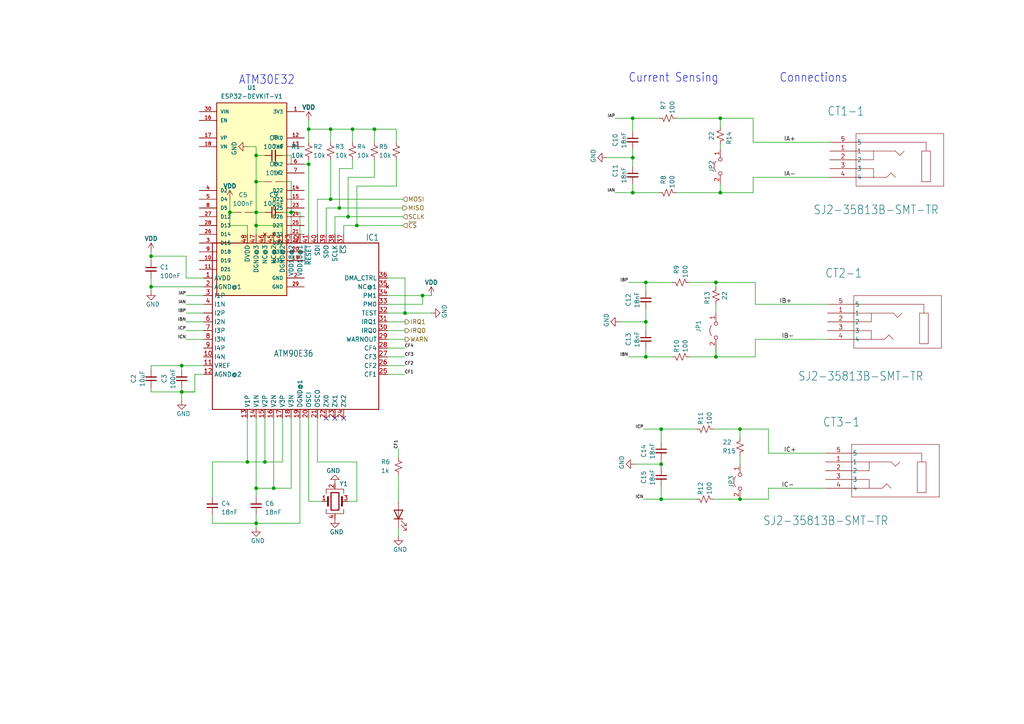
<source format=kicad_sch>
(kicad_sch (version 20230121) (generator eeschema)
  (paper "A4")
  (junction (at 122.555 85.725))
  (junction (at 191.77 124.46))
  (junction (at 71.755 133.985))
  (junction (at 103.505 65.405))
  (junction (at 89.535 47.625))
  (junction (at 74.295 141.605))
  (junction (at 98.425 60.325))
  (junction (at 95.885 57.785))
  (junction (at 207.645 103.505))
  (junction (at 207.645 81.915))
  (junction (at 187.325 81.915))
  (junction (at 43.815 83.185))
  (junction (at 102.235 37.465))
  (junction (at 66.675 61.595))
  (junction (at 183.515 45.72))
  (junction (at 183.515 34.29))
  (junction (at 108.585 37.465))
  (junction (at 74.295 151.765))
  (junction (at 84.455 61.595))
  (junction (at 208.915 34.29))
  (junction (at 52.705 113.665))
  (junction (at 74.295 45.085))
  (junction (at 117.475 90.805))
  (junction (at 208.915 55.88))
  (junction (at 191.77 144.78))
  (junction (at 191.77 134.62))
  (junction (at 52.705 106.045))
  (junction (at 214.63 144.78))
  (junction (at 187.325 93.345))
  (junction (at 214.63 124.46))
  (junction (at 74.295 52.705))
  (junction (at 183.515 55.88))
  (junction (at 100.965 62.865))
  (junction (at 95.885 37.465))
  (junction (at 89.535 37.465))
  (junction (at 79.375 141.605))
  (junction (at 76.835 133.985))
  (junction (at 43.815 74.295))
  (junction (at 74.295 65.405))
  (junction (at 187.325 103.505))
  (junction (at 74.295 61.595))
  (no_connect (at 99.695 121.285))
  (no_connect (at 97.155 121.285))
  (no_connect (at 94.615 121.285))
  (wire (pts (xy 191.77 144.78) (xy 186.69 144.78)) (stroke (width 0.1524)))
  (wire (pts (xy 79.375 141.605) (xy 84.455 141.605)) (stroke (width 0.1524)))
  (wire (pts (xy 61.595 133.985) (xy 61.595 144.145)) (stroke (width 0.1524)))
  (wire (pts (xy 192.405 81.915) (xy 187.325 81.915)) (stroke (width 0.1524)))
  (wire (pts (xy 184.15 134.62) (xy 191.77 134.62)) (stroke (width 0.1524)))
  (wire (pts (xy 59.055 95.885) (xy 53.975 95.885)) (stroke (width 0.1524)))
  (wire (pts (xy 103.505 55.245) (xy 103.505 65.405)) (stroke (width 0.1524)))
  (wire (pts (xy 112.395 90.805) (xy 117.475 90.805)) (stroke (width 0.1524)))
  (wire (pts (xy 219.075 98.425) (xy 219.075 103.505)))
  (wire (pts (xy 71.755 42.545) (xy 74.295 42.545)))
  (wire (pts (xy 66.675 61.595) (xy 67.945 61.595)))
  (wire (pts (xy 239.395 131.445) (xy 234.315 131.445)) (stroke (width 0.1524)))
  (wire (pts (xy 187.325 93.345) (xy 187.325 89.535)))
  (wire (pts (xy 74.295 45.085) (xy 74.295 52.705)) (stroke (width 0.1524)))
  (wire (pts (xy 102.235 37.465) (xy 102.235 41.275)))
  (wire (pts (xy 102.235 46.355) (xy 102.235 48.895)))
  (wire (pts (xy 240.03 98.425) (xy 235.585 98.425)) (stroke (width 0.1524)))
  (wire (pts (xy 202.565 81.915) (xy 200.025 81.915)))
  (wire (pts (xy 84.455 47.625) (xy 89.535 47.625)) (stroke (width 0.1524)))
  (wire (pts (xy 194.945 103.505) (xy 192.405 103.505)))
  (wire (pts (xy 222.885 141.605) (xy 222.885 144.78)))
  (wire (pts (xy 114.935 37.465) (xy 108.585 37.465)))
  (wire (pts (xy 115.57 132.715) (xy 115.57 130.175)) (stroke (width 0.1524)))
  (wire (pts (xy 202.565 81.915) (xy 207.645 81.915)) (stroke (width 0.1524)))
  (wire (pts (xy 199.39 124.46) (xy 201.93 124.46)))
  (wire (pts (xy 222.885 124.46) (xy 217.17 124.46)))
  (wire (pts (xy 191.77 124.46) (xy 186.69 124.46)) (stroke (width 0.1524)))
  (wire (pts (xy 103.505 55.245) (xy 103.505 53.975)))
  (wire (pts (xy 66.675 65.405) (xy 71.755 65.405)) (stroke (width 0.1524)))
  (wire (pts (xy 115.57 137.795) (xy 115.57 142.875)))
  (wire (pts (xy 112.395 85.725) (xy 122.555 85.725)) (stroke (width 0.1524)))
  (wire (pts (xy 187.325 93.345) (xy 187.325 95.885)))
  (wire (pts (xy 208.915 34.29) (xy 208.915 36.83)))
  (wire (pts (xy 84.455 45.085) (xy 84.455 47.625)) (stroke (width 0.1524)))
  (wire (pts (xy 239.395 141.605) (xy 234.315 141.605)) (stroke (width 0.1524)))
  (wire (pts (xy 94.615 67.945) (xy 94.615 60.325)) (stroke (width 0.1524)))
  (wire (pts (xy 89.535 34.925) (xy 89.535 37.465)))
  (wire (pts (xy 56.515 108.585) (xy 56.515 113.665)) (stroke (width 0.1524)))
  (wire (pts (xy 183.515 34.29) (xy 183.515 38.1)) (stroke (width 0.1524)))
  (wire (pts (xy 114.935 46.355) (xy 114.935 53.975)))
  (wire (pts (xy 76.835 52.705) (xy 74.295 52.705)) (stroke (width 0.1524)))
  (wire (pts (xy 100.965 62.865) (xy 109.855 62.865)) (stroke (width 0.1524)))
  (wire (pts (xy 182.245 103.505) (xy 187.325 103.505)) (stroke (width 0.1524)))
  (wire (pts (xy 95.885 37.465) (xy 102.235 37.465)) (stroke (width 0.1524)))
  (wire (pts (xy 74.295 149.225) (xy 74.295 151.765)))
  (wire (pts (xy 115.57 142.875) (xy 115.57 145.415)) (stroke (width 0.1524)))
  (wire (pts (xy 202.565 103.505) (xy 207.645 103.505)) (stroke (width 0.1524)))
  (wire (pts (xy 112.395 98.425) (xy 117.475 98.425)) (stroke (width 0.1524)))
  (wire (pts (xy 108.585 41.275) (xy 108.585 37.465)))
  (wire (pts (xy 97.155 67.945) (xy 97.155 62.865)) (stroke (width 0.1524)))
  (wire (pts (xy 84.455 61.595) (xy 84.455 67.945)) (stroke (width 0.1524)))
  (wire (pts (xy 61.595 149.225) (xy 61.595 151.765)))
  (wire (pts (xy 74.295 65.405) (xy 81.915 65.405)) (stroke (width 0.1524)))
  (wire (pts (xy 74.295 61.595) (xy 74.295 65.405)) (stroke (width 0.1524)))
  (wire (pts (xy 97.155 62.865) (xy 100.965 62.865)) (stroke (width 0.1524)))
  (wire (pts (xy 207.01 144.78) (xy 214.63 144.78)))
  (wire (pts (xy 191.77 127) (xy 191.77 124.46)) (stroke (width 0.1524)))
  (wire (pts (xy 76.835 61.595) (xy 74.295 61.595)) (stroke (width 0.1524)))
  (wire (pts (xy 115.57 153.035) (xy 115.57 155.575)) (stroke (width 0.1524)))
  (wire (pts (xy 191.77 144.78) (xy 199.39 144.78)) (stroke (width 0.1524)))
  (wire (pts (xy 59.055 85.725) (xy 53.975 85.725)) (stroke (width 0.1524)))
  (wire (pts (xy 207.645 103.505) (xy 210.185 103.505)) (stroke (width 0.1524)))
  (wire (pts (xy 81.915 121.285) (xy 81.915 133.985)) (stroke (width 0.1524)))
  (wire (pts (xy 214.63 124.46) (xy 214.63 127)))
  (wire (pts (xy 74.295 151.765) (xy 86.995 151.765)) (stroke (width 0.1524)))
  (wire (pts (xy 89.535 47.625) (xy 89.535 67.945)) (stroke (width 0.1524)))
  (wire (pts (xy 100.965 51.435) (xy 108.585 51.435)))
  (wire (pts (xy 187.325 103.505) (xy 192.405 103.505)) (stroke (width 0.1524)))
  (wire (pts (xy 196.215 55.88) (xy 208.915 55.88)))
  (wire (pts (xy 175.895 45.72) (xy 183.515 45.72)) (stroke (width 0.1524)))
  (wire (pts (xy 207.645 90.805) (xy 207.645 88.265)))
  (wire (pts (xy 178.435 55.88) (xy 183.515 55.88)) (stroke (width 0.1524)))
  (wire (pts (xy 208.915 41.91) (xy 208.915 43.18)))
  (wire (pts (xy 234.315 131.445) (xy 222.885 131.445)))
  (wire (pts (xy 76.835 133.985) (xy 81.915 133.985)) (stroke (width 0.1524)))
  (wire (pts (xy 61.595 151.765) (xy 74.295 151.765)) (stroke (width 0.1524)))
  (wire (pts (xy 218.44 51.435) (xy 218.44 55.88)))
  (wire (pts (xy 112.395 100.965) (xy 117.3226 100.965)) (stroke (width 0.1524)))
  (wire (pts (xy 208.915 55.88) (xy 218.44 55.88)))
  (wire (pts (xy 52.705 113.665) (xy 56.515 113.665)) (stroke (width 0.1524)))
  (wire (pts (xy 53.975 80.645) (xy 59.055 80.645)))
  (wire (pts (xy 240.03 88.265) (xy 235.585 88.265)) (stroke (width 0.1524)))
  (wire (pts (xy 43.815 106.045) (xy 52.705 106.045)))
  (wire (pts (xy 95.885 57.785) (xy 109.855 57.785)) (stroke (width 0.1524)))
  (wire (pts (xy 53.975 74.295) (xy 53.975 80.645)))
  (wire (pts (xy 219.075 103.505) (xy 210.185 103.505)))
  (wire (pts (xy 112.395 93.345) (xy 117.475 93.345)) (stroke (width 0.1524)))
  (wire (pts (xy 43.815 74.295) (xy 43.815 75.565)))
  (wire (pts (xy 81.915 65.405) (xy 81.915 67.945)) (stroke (width 0.1524)))
  (wire (pts (xy 95.885 55.245) (xy 95.885 57.785)) (stroke (width 0.1524)))
  (wire (pts (xy 52.705 113.665) (xy 52.705 116.205)) (stroke (width 0.1524)))
  (wire (pts (xy 43.815 73.025) (xy 43.815 74.295)))
  (wire (pts (xy 183.515 55.88) (xy 188.595 55.88)) (stroke (width 0.1524)))
  (wire (pts (xy 183.515 34.29) (xy 188.595 34.29)) (stroke (width 0.1524)))
  (wire (pts (xy 94.615 60.325) (xy 98.425 60.325)) (stroke (width 0.1524)))
  (wire (pts (xy 43.815 113.665) (xy 43.815 112.395)))
  (wire (pts (xy 89.535 145.415) (xy 93.345 145.415)))
  (wire (pts (xy 108.585 37.465) (xy 103.505 37.465)))
  (wire (pts (xy 191.135 55.88) (xy 188.595 55.88)))
  (wire (pts (xy 191.77 134.62) (xy 191.77 135.89)))
  (wire (pts (xy 207.645 81.915) (xy 207.645 83.185)) (stroke (width 0.1524)))
  (wire (pts (xy 214.63 144.78) (xy 222.885 144.78)))
  (wire (pts (xy 222.885 131.445) (xy 222.885 124.46)))
  (wire (pts (xy 183.515 48.26) (xy 183.515 45.72)))
  (wire (pts (xy 76.835 45.085) (xy 74.295 45.085)) (stroke (width 0.1524)))
  (wire (pts (xy 102.235 37.465) (xy 103.505 37.465)) (stroke (width 0.1524)))
  (wire (pts (xy 86.995 121.285) (xy 86.995 151.765)) (stroke (width 0.1524)))
  (wire (pts (xy 102.235 48.895) (xy 98.425 48.895)))
  (wire (pts (xy 234.315 141.605) (xy 222.885 141.605)))
  (wire (pts (xy 43.815 83.185) (xy 43.815 84.455)))
  (wire (pts (xy 52.705 113.665) (xy 43.815 113.665)))
  (wire (pts (xy 52.705 106.045) (xy 59.055 106.045)))
  (wire (pts (xy 112.395 103.505) (xy 117.3226 103.505)) (stroke (width 0.1524)))
  (wire (pts (xy 191.77 127) (xy 191.77 128.27)))
  (wire (pts (xy 214.63 132.08) (xy 214.63 134.62)))
  (wire (pts (xy 187.325 83.185) (xy 187.325 84.455)))
  (wire (pts (xy 194.945 81.915) (xy 192.405 81.915)))
  (wire (pts (xy 74.295 52.705) (xy 74.295 61.595)) (stroke (width 0.1524)))
  (wire (pts (xy 74.295 153.035) (xy 74.295 151.765)))
  (wire (pts (xy 79.375 141.605) (xy 79.375 121.285)) (stroke (width 0.1524)))
  (wire (pts (xy 43.815 80.645) (xy 43.815 83.185)))
  (wire (pts (xy 103.505 65.405) (xy 109.855 65.405)) (stroke (width 0.1524)))
  (wire (pts (xy 207.01 124.46) (xy 209.55 124.46)))
  (wire (pts (xy 73.025 61.595) (xy 74.295 61.595)))
  (wire (pts (xy 109.855 60.325) (xy 116.84 60.325)))
  (wire (pts (xy 218.44 41.275) (xy 218.44 34.29)))
  (wire (pts (xy 209.55 124.46) (xy 214.63 124.46)) (stroke (width 0.1524)))
  (wire (pts (xy 191.77 124.46) (xy 199.39 124.46)) (stroke (width 0.1524)))
  (wire (pts (xy 71.755 121.285) (xy 71.755 133.985)) (stroke (width 0.1524)))
  (wire (pts (xy 95.885 46.355) (xy 95.885 55.245)))
  (wire (pts (xy 112.395 95.885) (xy 117.475 95.885)) (stroke (width 0.1524)))
  (wire (pts (xy 112.395 80.645) (xy 117.475 80.645)) (stroke (width 0.1524)))
  (wire (pts (xy 66.675 61.595) (xy 66.675 65.405)) (stroke (width 0.1524)))
  (wire (pts (xy 183.515 45.72) (xy 183.515 43.18)))
  (wire (pts (xy 99.695 67.945) (xy 99.695 65.405)) (stroke (width 0.1524)))
  (wire (pts (xy 84.455 61.595) (xy 86.995 61.595)) (stroke (width 0.1524)))
  (wire (pts (xy 218.44 34.29) (xy 211.455 34.29)))
  (wire (pts (xy 108.585 46.355) (xy 108.585 51.435)))
  (wire (pts (xy 235.585 51.435) (xy 218.44 51.435)))
  (wire (pts (xy 207.645 81.915) (xy 210.185 81.915)) (stroke (width 0.1524)))
  (wire (pts (xy 240.665 41.275) (xy 235.585 41.275)) (stroke (width 0.1524)))
  (wire (pts (xy 112.395 88.265) (xy 122.555 88.265)) (stroke (width 0.1524)))
  (wire (pts (xy 92.075 67.945) (xy 92.075 57.785)) (stroke (width 0.1524)))
  (wire (pts (xy 207.645 103.505) (xy 207.645 100.965)) (stroke (width 0.1524)))
  (wire (pts (xy 59.055 98.425) (xy 53.975 98.425)) (stroke (width 0.1524)))
  (wire (pts (xy 183.515 53.34) (xy 183.515 55.88)))
  (wire (pts (xy 109.855 65.405) (xy 116.84 65.405)))
  (wire (pts (xy 89.535 37.465) (xy 89.535 41.275)))
  (wire (pts (xy 122.555 85.725) (xy 125.095 85.725)) (stroke (width 0.1524)))
  (wire (pts (xy 240.665 51.435) (xy 235.585 51.435)) (stroke (width 0.1524)))
  (wire (pts (xy 98.425 48.895) (xy 98.425 55.245)))
  (wire (pts (xy 109.855 57.785) (xy 116.84 57.785)))
  (wire (pts (xy 92.075 57.785) (xy 95.885 57.785)) (stroke (width 0.1524)))
  (wire (pts (xy 56.515 108.585) (xy 59.055 108.585)) (stroke (width 0.1524)))
  (wire (pts (xy 52.705 113.665) (xy 56.515 113.665)))
  (wire (pts (xy 76.835 121.285) (xy 76.835 133.985)) (stroke (width 0.1524)))
  (wire (pts (xy 52.705 107.315) (xy 52.705 106.045)))
  (wire (pts (xy 178.435 34.29) (xy 183.515 34.29)) (stroke (width 0.1524)))
  (wire (pts (xy 61.595 133.985) (xy 71.755 133.985)) (stroke (width 0.1524)))
  (wire (pts (xy 122.555 88.265) (xy 122.555 85.725)) (stroke (width 0.1524)))
  (wire (pts (xy 191.77 140.97) (xy 191.77 142.24)))
  (wire (pts (xy 66.675 57.785) (xy 66.675 61.595)) (stroke (width 0.1524)))
  (wire (pts (xy 203.835 34.29) (xy 208.915 34.29)) (stroke (width 0.1524)))
  (wire (pts (xy 89.535 47.619) (xy 89.535 47.625)) (stroke (width 0.1524)))
  (wire (pts (xy 43.815 83.185) (xy 59.055 83.185)))
  (wire (pts (xy 86.995 61.595) (xy 86.995 67.945)) (stroke (width 0.1524)))
  (wire (pts (xy 179.705 93.345) (xy 187.325 93.345)) (stroke (width 0.1524)))
  (wire (pts (xy 81.915 45.085) (xy 84.455 45.085)))
  (wire (pts (xy 43.815 106.045) (xy 43.815 107.315)))
  (wire (pts (xy 43.815 74.295) (xy 53.975 74.295)))
  (wire (pts (xy 191.77 144.78) (xy 191.77 142.24)) (stroke (width 0.1524)))
  (wire (pts (xy 89.535 46.355) (xy 89.535 47.625)))
  (wire (pts (xy 235.585 41.275) (xy 218.44 41.275)))
  (wire (pts (xy 117.475 90.805) (xy 125.095 90.805)) (stroke (width 0.1524)))
  (wire (pts (xy 214.63 124.46) (xy 217.17 124.46)) (stroke (width 0.1524)))
  (wire (pts (xy 235.585 98.425) (xy 219.075 98.425)))
  (wire (pts (xy 112.395 106.045) (xy 117.3226 106.045)) (stroke (width 0.1524)))
  (wire (pts (xy 71.755 65.405) (xy 71.755 67.945)) (stroke (width 0.1524)))
  (wire (pts (xy 52.705 112.395) (xy 52.705 113.665)))
  (wire (pts (xy 59.055 93.345) (xy 53.975 93.345)) (stroke (width 0.1524)))
  (wire (pts (xy 89.535 37.465) (xy 95.885 37.465)) (stroke (width 0.1524)))
  (wire (pts (xy 84.455 52.705) (xy 84.455 61.595)))
  (wire (pts (xy 117.475 80.645) (xy 117.475 90.805)) (stroke (width 0.1524)))
  (wire (pts (xy 81.915 61.595) (xy 84.455 61.595)))
  (wire (pts (xy 187.325 81.915) (xy 187.325 83.185)) (stroke (width 0.1524)))
  (wire (pts (xy 81.915 52.705) (xy 84.455 52.705)))
  (wire (pts (xy 71.755 133.985) (xy 76.835 133.985)) (stroke (width 0.1524)))
  (wire (pts (xy 103.505 53.975) (xy 114.935 53.975)))
  (wire (pts (xy 199.39 144.78) (xy 201.93 144.78)))
  (wire (pts (xy 98.425 55.245) (xy 98.425 60.325)) (stroke (width 0.1524)))
  (wire (pts (xy 74.295 67.945) (xy 74.295 65.405)) (stroke (width 0.1524)))
  (wire (pts (xy 187.325 103.505) (xy 187.325 100.965)) (stroke (width 0.1524)))
  (wire (pts (xy 208.915 53.34) (xy 208.915 55.88)))
  (wire (pts (xy 219.075 81.915) (xy 210.185 81.915)))
  (wire (pts (xy 196.215 34.29) (xy 203.835 34.29)))
  (wire (pts (xy 100.965 55.245) (xy 100.965 51.435)))
  (wire (pts (xy 59.055 88.265) (xy 53.975 88.265)) (stroke (width 0.1524)))
  (wire (pts (xy 191.135 34.29) (xy 188.595 34.29)))
  (wire (pts (xy 219.075 88.265) (xy 219.075 81.915)))
  (wire (pts (xy 235.585 88.265) (xy 219.075 88.265)))
  (wire (pts (xy 59.055 90.805) (xy 53.975 90.805)) (stroke (width 0.1524)))
  (wire (pts (xy 100.965 55.245) (xy 100.965 62.865)) (stroke (width 0.1524)))
  (wire (pts (xy 74.295 121.285) (xy 74.295 141.605)) (stroke (width 0.1524)))
  (wire (pts (xy 74.295 141.605) (xy 79.375 141.605)) (stroke (width 0.1524)))
  (wire (pts (xy 95.885 37.465) (xy 95.885 41.275)))
  (wire (pts (xy 98.425 60.325) (xy 109.855 60.325)) (stroke (width 0.1524)))
  (wire (pts (xy 99.695 65.405) (xy 103.505 65.405)) (stroke (width 0.1524)))
  (wire (pts (xy 100.965 145.415) (xy 103.505 145.415)))
  (wire (pts (xy 202.565 103.505) (xy 200.025 103.505)))
  (wire (pts (xy 208.915 34.29) (xy 211.455 34.29)) (stroke (width 0.1524)))
  (wire (pts (xy 103.505 145.415) (xy 103.505 133.985)))
  (wire (pts (xy 112.395 108.585) (xy 117.3226 108.585)) (stroke (width 0.1524)))
  (wire (pts (xy 114.935 41.275) (xy 114.935 37.465)))
  (wire (pts (xy 74.295 141.605) (xy 74.295 144.145)) (stroke (width 0.1524)))
  (wire (pts (xy 103.505 133.985) (xy 92.075 133.985)))
  (wire (pts (xy 74.295 45.085) (xy 74.295 42.545)) (stroke (width 0.1524)))
  (wire (pts (xy 89.535 121.285) (xy 89.535 145.415)))
  (wire (pts (xy 84.455 141.605) (xy 84.455 121.285)) (stroke (width 0.1524)))
  (wire (pts (xy 109.855 62.865) (xy 116.84 62.865)))
  (wire (pts (xy 187.325 81.915) (xy 182.245 81.915)) (stroke (width 0.1524)))
  (wire (pts (xy 207.645 103.505) (xy 207.645 100.965)))
  (wire (pts (xy 92.075 133.985) (xy 92.075 121.285)))
  (wire (pts (xy 191.77 133.35) (xy 191.77 134.62)))
  (text "Current Sensing" (at 182.245 24.13 0) (effects (font (size 2.54 2.159)) (justify left bottom)))
  (text "Connections" (at 226.06 24.13 0) (effects (font (size 2.54 2.159)) (justify left bottom)))
  (text "ATM30E32" (at 69.215 24.765 0) (effects (font (size 2.54 2.159)) (justify left bottom)))
  (label "IA-" (at 227.33 51.435 0))
  (label "IAN" (at 53.975 88.265 180) (effects (font (size 0.889 0.889))))
  (label "IC-" (at 226.695 141.605 0))
  (label "CF2" (at 117.3226 106.045 0) (effects (font (size 0.889 0.889))))
  (label "IA+" (at 227.33 41.275 0))
  (label "ICN" (at 186.69 144.78 180) (effects (font (size 0.889 0.889))))
  (label "CF3" (at 117.3226 103.505 0) (effects (font (size 0.889 0.889))))
  (label "IBP" (at 53.975 90.805 180) (effects (font (size 0.889 0.889))))
  (label "IAP" (at 53.975 85.725 180) (effects (font (size 0.889 0.889))))
  (label "IB+" (at 226.06 88.265 0))
  (label "CF1" (at 115.57 130.175 90) (effects (font (size 0.889 0.889))))
  (label "IB-" (at 226.695 98.425 0))
  (label "CF4" (at 117.3226 100.965 0) (effects (font (size 0.889 0.889))))
  (label "ICP" (at 53.975 95.885 180) (effects (font (size 0.889 0.889))))
  (label "IAP" (at 178.435 34.29 180) (effects (font (size 0.889 0.889))))
  (label "IC+" (at 227.33 131.445 0))
  (label "IAN" (at 178.435 55.88 180) (effects (font (size 0.889 0.889))))
  (label "IBN" (at 53.975 93.345 180) (effects (font (size 0.889 0.889))))
  (label "CF1" (at 117.3226 108.585 0) (effects (font (size 0.889 0.889))))
  (label "IBP" (at 182.245 81.915 180) (effects (font (size 0.889 0.889))))
  (label "ICN" (at 53.975 98.425 180) (effects (font (size 0.889 0.889))))
  (label "ICP" (at 186.69 124.46 180) (effects (font (size 0.889 0.889))))
  (label "IBN" (at 182.245 103.505 180) (effects (font (size 0.889 0.889))))
  (hierarchical_label "MISO" (shape output) (at 116.84 60.325 0))
  (hierarchical_label "SCLK" (shape input) (at 116.84 62.865 0))
  (hierarchical_label "WARN" (shape output) (at 117.475 98.425 0))
  (hierarchical_label "MOSI" (shape input) (at 116.84 57.785 0))
  (hierarchical_label "IRQ1" (shape output) (at 117.475 93.345 0))
  (hierarchical_label "IRQ0" (shape output) (at 117.475 95.885 0))
  (hierarchical_label "~{CS}" (shape input) (at 116.84 65.405 0))
  (symbol (lib_id "Device:C_Small") (at 61.595 146.685 180) (unit 1)
    (property "Reference" "C4" (at 64.135 146.0436 0) (effects (justify right)))
    (property "Value" "18nF" (at 64.135 148.5836 0) (effects (justify right)))
    (property "Footprint" "Capacitor_SMD:C_0603_1608Metric" (effects hide))
    (property "Manufacturer" "Walsin Technology Corporation" (effects hide))
    (property "Manufacturer P/N" "0603B183K500CT" (effects hide))
    (property "Supplier" "Digikey" (effects hide))
    (property "Supplier P/N" "1292-1405-1-ND" (effects hide))
    (instances (project "24_channel_esp32_energy_meter" (path "" (reference "C4") (unit 1)) (path "" (reference "C28") (unit 1)) (path "" (reference "C43") (unit 1)) (path "" (reference "C58") (unit 1)) (path "" (reference "C73") (unit 1)) (path "" (reference "C88") (unit 1)) (path "" (reference "C103") (unit 1)) (path "" (reference "C118") (unit 1))))
  )
  (symbol (lib_id "Device:R_Small_US") (at 197.485 103.505 90) (mirror x) (unit 1)
    (property "Reference" "R10" (at 196.215 98.425 0) (effects (justify left)))
    (property "Value" "100" (at 198.755 98.425 0) (effects (justify left)))
    (property "Footprint" "Resistor_SMD:R_0603_1608Metric" (effects hide))
    (property "Manufacturer" "Walsin Technology Corporation" (effects hide))
    (property "Manufacturer P/N" "WR06X1000FTL" (effects hide))
    (property "Supplier" "Digikey" (effects hide))
    (property "Supplier P/N" "1292-WR06X1000FTLCT-ND" (effects hide))
    (instances (project "24_channel_esp32_energy_meter" (path "" (reference "R10") (unit 1)) (path "" (reference "R34") (unit 1)) (path "" (reference "R49") (unit 1)) (path "" (reference "R64") (unit 1)) (path "" (reference "R79") (unit 1)) (path "" (reference "R94") (unit 1)) (path "" (reference "R109") (unit 1)) (path "" (reference "R124") (unit 1))))
  )
  (symbol (lib_id "power:GND") (at 52.705 116.205 0) (unit 1)
    (property "Reference" "#PWR03" (effects hide))
    (property "Value" "GND" (at 55.245 120.015 0) (effects (justify right)))
    (instances (project "24_channel_esp32_energy_meter" (path "" (reference "#PWR03") (unit 1)) (path "" (reference "#PWR036") (unit 1)) (path "" (reference "#PWR051") (unit 1)) (path "" (reference "#PWR066") (unit 1)) (path "" (reference "#PWR081") (unit 1)) (path "" (reference "#PWR096") (unit 1)) (path "" (reference "#PWR0111") (unit 1)) (path "" (reference "#PWR0126") (unit 1))))
  )
  (symbol (lib_id "Device:Crystal_GND24") (at 97.155 145.415 0) (unit 1)
    (property "Reference" "Y1" (at 99.695 140.335 0))
    (property "Value" "Crystal_GND24" (effects hide))
    (property "Footprint" "Crystal:Crystal_SMD_3225-4Pin_3.2x2.5mm" (effects hide))
    (property "Supplier" "LCSC" (effects hide))
    (property "Supplier P/N" "C725694" (effects hide))
    (property "Manufacturer" "JGHC" (effects hide))
    (property "Manufacturer P/N" "S3216384102040" (effects hide))
    (instances (project "24_channel_esp32_energy_meter" (path "" (reference "Y1") (unit 1)) (path "" (reference "Y2") (unit 1)) (path "" (reference "Y3") (unit 1)) (path "" (reference "Y4") (unit 1)) (path "" (reference "Y5") (unit 1)) (path "" (reference "Y6") (unit 1)) (path "" (reference "Y7") (unit 1)) (path "" (reference "Y8") (unit 1))))
  )
  (symbol (lib_id "power:GND") (at 97.155 150.495 0) (unit 1)
    (property "Reference" "#PWR09" (effects hide))
    (property "Value" "GND" (at 99.695 154.305 0) (effects (justify right)))
    (instances (project "24_channel_esp32_energy_meter" (path "" (reference "#PWR09") (unit 1)) (path "" (reference "#PWR042") (unit 1)) (path "" (reference "#PWR057") (unit 1)) (path "" (reference "#PWR072") (unit 1)) (path "" (reference "#PWR087") (unit 1)) (path "" (reference "#PWR0102") (unit 1)) (path "" (reference "#PWR0117") (unit 1)) (path "" (reference "#PWR0132") (unit 1))))
  )
  (symbol (lib_id "power:GND") (at 175.895 45.72 270) (mirror x) (unit 1)
    (property "Reference" "#PWR013" (effects hide))
    (property "Value" "GND" (at 172.085 43.18 0) (effects (justify right)))
    (instances (project "24_channel_esp32_energy_meter" (path "" (reference "#PWR013") (unit 1)) (path "" (reference "#PWR046") (unit 1)) (path "" (reference "#PWR061") (unit 1)) (path "" (reference "#PWR076") (unit 1)) (path "" (reference "#PWR091") (unit 1)) (path "" (reference "#PWR0106") (unit 1)) (path "" (reference "#PWR0121") (unit 1)) (path "" (reference "#PWR0136") (unit 1))))
  )
  (symbol (lib_id "Device:C_Small") (at 52.705 109.855 180) (unit 1)
    (property "Reference" "C3" (at 47.625 109.8487 90))
    (property "Value" "100nF" (at 50.165 109.8487 90))
    (property "Footprint" "Capacitor_SMD:C_0603_1608Metric" (effects hide))
    (property "Manufacturer" "Samsung Electro-Mechanics" (effects hide))
    (property "Manufacturer P/N" "CL10B104KB8NNWC" (effects hide))
    (property "Supplier" "Digikey" (effects hide))
    (property "Supplier P/N" "1276-1935-1-ND" (effects hide))
    (instances (project "24_channel_esp32_energy_meter" (path "" (reference "C3") (unit 1)) (path "" (reference "C27") (unit 1)) (path "" (reference "C42") (unit 1)) (path "" (reference "C57") (unit 1)) (path "" (reference "C72") (unit 1)) (path "" (reference "C87") (unit 1)) (path "" (reference "C102") (unit 1)) (path "" (reference "C117") (unit 1))))
  )
  (symbol (lib_id "Device:R_Small_US") (at 108.585 43.815 0) (unit 1)
    (property "Reference" "R4" (at 103.505 42.545 0) (effects (justify left)))
    (property "Value" "10k" (at 103.505 45.085 0) (effects (justify left)))
    (property "Footprint" "Resistor_SMD:R_0603_1608Metric" (effects hide))
    (property "Manufacturer" "Stackpole Electronics Inc" (effects hide))
    (property "Manufacturer P/N" "RMCF0603FT10K0" (effects hide))
    (property "Supplier" "Digikey" (effects hide))
    (property "Supplier P/N" "RMCF0603FT10K0CT-ND" (effects hide))
    (instances (project "24_channel_esp32_energy_meter" (path "" (reference "R4") (unit 1)) (path "" (reference "R28") (unit 1)) (path "" (reference "R43") (unit 1)) (path "" (reference "R58") (unit 1)) (path "" (reference "R73") (unit 1)) (path "" (reference "R88") (unit 1)) (path "" (reference "R103") (unit 1)) (path "" (reference "R118") (unit 1))))
  )
  (symbol (lib_id "Device:C_Small") (at 70.485 61.595 90) (unit 1)
    (property "Reference" "C5" (at 70.4913 56.515 90))
    (property "Value" "100nF" (at 70.4913 59.055 90))
    (property "Footprint" "Capacitor_SMD:C_0603_1608Metric" (effects hide))
    (property "Manufacturer" "Samsung Electro-Mechanics" (effects hide))
    (property "Manufacturer P/N" "CL10B104KB8NNWC" (effects hide))
    (property "Supplier" "Digikey" (effects hide))
    (property "Supplier P/N" "1276-1935-1-ND" (effects hide))
    (instances (project "24_channel_esp32_energy_meter" (path "" (reference "C5") (unit 1)) (path "" (reference "C29") (unit 1)) (path "" (reference "C44") (unit 1)) (path "" (reference "C59") (unit 1)) (path "" (reference "C74") (unit 1)) (path "" (reference "C89") (unit 1)) (path "" (reference "C104") (unit 1)) (path "" (reference "C119") (unit 1))))
  )
  (symbol (lib_id "Device:C_Small") (at 74.295 146.685 180) (unit 1)
    (property "Reference" "C6" (at 76.835 146.0436 0) (effects (justify right)))
    (property "Value" "18nF" (at 76.835 148.5836 0) (effects (justify right)))
    (property "Footprint" "Capacitor_SMD:C_0603_1608Metric" (effects hide))
    (property "Manufacturer" "Walsin Technology Corporation" (effects hide))
    (property "Manufacturer P/N" "0603B183K500CT" (effects hide))
    (property "Supplier" "Digikey" (effects hide))
    (property "Supplier P/N" "1292-1405-1-ND" (effects hide))
    (instances (project "24_channel_esp32_energy_meter" (path "" (reference "C6") (unit 1)) (path "" (reference "C30") (unit 1)) (path "" (reference "C45") (unit 1)) (path "" (reference "C60") (unit 1)) (path "" (reference "C75") (unit 1)) (path "" (reference "C90") (unit 1)) (path "" (reference "C105") (unit 1)) (path "" (reference "C120") (unit 1))))
  )
  (symbol (lib_id "Jumper:Jumper_2_Open") (at 207.645 95.885 90) (mirror x) (unit 1) (in_bom no)
    (property "Reference" "JP1" (at 202.565 94.615 0))
    (property "Value" "Jumper_2_Open" (effects hide))
    (property "Footprint" "Jumper:SolderJumper-2_P1.3mm_Open_RoundedPad1.0x1.5mm" (effects hide))
    (instances (project "24_channel_esp32_energy_meter" (path "" (reference "JP1") (unit 1)) (path "" (reference "JP6") (unit 1)) (path "" (reference "JP9") (unit 1)) (path "" (reference "JP12") (unit 1)) (path "" (reference "JP15") (unit 1)) (path "" (reference "JP18") (unit 1)) (path "" (reference "JP21") (unit 1)) (path "" (reference "JP24") (unit 1))))
  )
  (symbol (lib_id "Energy_Meter:ESP32-DEVKIT-V1") (at 73.025 57.785 0) (unit 1) (in_bom no)
    (property "Reference" "U1" (at 73.025 25.4 0))
    (property "Value" "ESP32-DEVKIT-V1" (at 73.025 27.94 0))
    (property "Footprint" "Energy_Meter:MODULE_ESP32_DEVKIT_V1" (effects hide))
    (property "MAXIMUM_PACKAGE_HEIGHT" "6.8 mm" (effects hide))
    (property "PARTREV" "N/A" (effects hide))
    (property "MANUFACTURER" "DOIT" (effects hide))
    (property "STANDARD" "Manufacturer Recommendations" (effects hide))
  )
  (symbol (lib_id "power:VDD") (at 125.095 85.725 0) (unit 1)
    (property "Reference" "#PWR011" (effects hide))
    (property "Value" "VDD" (at 125.095 81.915 0) (effects (font bold)))
    (instances (project "24_channel_esp32_energy_meter" (path "" (reference "#PWR011") (unit 1)) (path "" (reference "#PWR044") (unit 1)) (path "" (reference "#PWR059") (unit 1)) (path "" (reference "#PWR074") (unit 1)) (path "" (reference "#PWR089") (unit 1)) (path "" (reference "#PWR0104") (unit 1)) (path "" (reference "#PWR0119") (unit 1)) (path "" (reference "#PWR0134") (unit 1))))
  )
  (symbol (lib_id "Device:C_Small") (at 191.77 130.81 0) (mirror y) (unit 1)
    (property "Reference" "C14" (at 186.69 130.8163 90))
    (property "Value" "18nF" (at 189.23 130.8163 90))
    (property "Footprint" "Capacitor_SMD:C_0603_1608Metric" (effects hide))
    (property "Manufacturer" "Walsin Technology Corporation" (effects hide))
    (property "Manufacturer P/N" "0603B183K500CT" (effects hide))
    (property "Supplier" "Digikey" (effects hide))
    (property "Supplier P/N" "1292-1405-1-ND" (effects hide))
    (instances (project "24_channel_esp32_energy_meter" (path "" (reference "C14") (unit 1)) (path "" (reference "C38") (unit 1)) (path "" (reference "C53") (unit 1)) (path "" (reference "C68") (unit 1)) (path "" (reference "C83") (unit 1)) (path "" (reference "C98") (unit 1)) (path "" (reference "C113") (unit 1)) (path "" (reference "C128") (unit 1))))
  )
  (symbol (lib_id "Device:R_Small_US") (at 95.885 43.815 0) (unit 1)
    (property "Reference" "R2" (at 90.805 42.545 0) (effects (justify left)))
    (property "Value" "10k" (at 90.805 45.085 0) (effects (justify left)))
    (property "Footprint" "Resistor_SMD:R_0603_1608Metric" (effects hide))
    (property "Manufacturer" "Stackpole Electronics Inc" (effects hide))
    (property "Manufacturer P/N" "RMCF0603FT10K0" (effects hide))
    (property "Supplier" "Digikey" (effects hide))
    (property "Supplier P/N" "RMCF0603FT10K0CT-ND" (effects hide))
    (instances (project "24_channel_esp32_energy_meter" (path "" (reference "R2") (unit 1)) (path "" (reference "R26") (unit 1)) (path "" (reference "R41") (unit 1)) (path "" (reference "R56") (unit 1)) (path "" (reference "R71") (unit 1)) (path "" (reference "R86") (unit 1)) (path "" (reference "R101") (unit 1)) (path "" (reference "R116") (unit 1))))
  )
  (symbol (lib_id "6_channel_esp32_energy_meter-eagle-import:ATM90E36") (at 86.995 93.345 0) (unit 1)
    (property "Reference" "IC1" (at 106.045 69.85 0) (effects (font (size 1.778 1.5113)) (justify left bottom)))
    (property "Value" "ATM90E36" (at 79.375 103.505 0) (effects (font (size 1.778 1.5113)) (justify left bottom)))
    (property "Footprint" "Package_QFP:LQFP-48_7x7mm_P0.5mm" (effects hide))
    (property "SPICEPREFIX" "X" (effects hide))
    (property "Manufacturer" "Microchip Technology" (effects hide))
    (property "Manufacturer P/N" "ATM90E36A-AU-Y" (effects hide))
    (property "Supplier" "Digikey" (effects hide))
    (property "Supplier P/N" "ATM90E36A-AU-Y-ND" (effects hide))
    (instances (project "24_channel_esp32_energy_meter" (path "" (reference "IC1") (unit 1)) (path "" (reference "IC2") (unit 1)) (path "" (reference "IC3") (unit 1)) (path "" (reference "IC4") (unit 1)) (path "" (reference "IC5") (unit 1)) (path "" (reference "IC6") (unit 1)) (path "" (reference "IC7") (unit 1)) (path "" (reference "IC8") (unit 1))))
  )
  (symbol (lib_id "Jumper:Jumper_2_Open") (at 208.915 48.26 90) (mirror x) (unit 1) (in_bom no)
    (property "Reference" "JP2" (at 206.375 48.26 0))
    (property "Value" "Jumper_2_Open" (effects hide))
    (property "Footprint" "Jumper:SolderJumper-2_P1.3mm_Open_RoundedPad1.0x1.5mm" (effects hide))
    (instances (project "24_channel_esp32_energy_meter" (path "" (reference "JP2") (unit 1)) (path "" (reference "JP7") (unit 1)) (path "" (reference "JP10") (unit 1)) (path "" (reference "JP13") (unit 1)) (path "" (reference "JP16") (unit 1)) (path "" (reference "JP19") (unit 1)) (path "" (reference "JP22") (unit 1)) (path "" (reference "JP25") (unit 1))))
  )
  (symbol (lib_id "power:GND") (at 43.815 84.455 0) (unit 1)
    (property "Reference" "#PWR02" (effects hide))
    (property "Value" "GND" (at 46.355 88.265 0) (effects (justify right)))
    (instances (project "24_channel_esp32_energy_meter" (path "" (reference "#PWR02") (unit 1)) (path "" (reference "#PWR035") (unit 1)) (path "" (reference "#PWR050") (unit 1)) (path "" (reference "#PWR065") (unit 1)) (path "" (reference "#PWR080") (unit 1)) (path "" (reference "#PWR095") (unit 1)) (path "" (reference "#PWR0110") (unit 1)) (path "" (reference "#PWR0125") (unit 1))))
  )
  (symbol (lib_id "Device:C_Small") (at 183.515 50.8 0) (mirror y) (unit 1)
    (property "Reference" "C11" (at 178.435 49.53 90))
    (property "Value" "18nF" (at 180.975 50.8063 90))
    (property "Footprint" "Capacitor_SMD:C_0603_1608Metric" (effects hide))
    (property "Manufacturer" "Walsin Technology Corporation" (effects hide))
    (property "Manufacturer P/N" "0603B183K500CT" (effects hide))
    (property "Supplier" "Digikey" (effects hide))
    (property "Supplier P/N" "1292-1405-1-ND" (effects hide))
    (instances (project "24_channel_esp32_energy_meter" (path "" (reference "C11") (unit 1)) (path "" (reference "C35") (unit 1)) (path "" (reference "C50") (unit 1)) (path "" (reference "C65") (unit 1)) (path "" (reference "C80") (unit 1)) (path "" (reference "C95") (unit 1)) (path "" (reference "C110") (unit 1)) (path "" (reference "C125") (unit 1))))
  )
  (symbol (lib_id "Device:C_Small") (at 191.77 138.43 0) (mirror y) (unit 1)
    (property "Reference" "C15" (at 186.69 138.4363 90))
    (property "Value" "18nF" (at 189.23 138.4363 90))
    (property "Footprint" "Capacitor_SMD:C_0603_1608Metric" (effects hide))
    (property "Manufacturer" "Walsin Technology Corporation" (effects hide))
    (property "Manufacturer P/N" "0603B183K500CT" (effects hide))
    (property "Supplier" "Digikey" (effects hide))
    (property "Supplier P/N" "1292-1405-1-ND" (effects hide))
    (instances (project "24_channel_esp32_energy_meter" (path "" (reference "C15") (unit 1)) (path "" (reference "C39") (unit 1)) (path "" (reference "C54") (unit 1)) (path "" (reference "C69") (unit 1)) (path "" (reference "C84") (unit 1)) (path "" (reference "C99") (unit 1)) (path "" (reference "C114") (unit 1)) (path "" (reference "C129") (unit 1))))
  )
  (symbol (lib_id "Device:C_Small") (at 79.375 45.085 90) (unit 1)
    (property "Reference" "C7" (at 79.3813 40.005 90))
    (property "Value" "100nF" (at 79.3813 42.545 90))
    (property "Footprint" "Capacitor_SMD:C_0603_1608Metric" (effects hide))
    (property "Manufacturer" "Samsung Electro-Mechanics" (effects hide))
    (property "Manufacturer P/N" "CL10B104KB8NNWC" (effects hide))
    (property "Supplier" "Digikey" (effects hide))
    (property "Supplier P/N" "1276-1935-1-ND" (effects hide))
    (instances (project "24_channel_esp32_energy_meter" (path "" (reference "C7") (unit 1)) (path "" (reference "C31") (unit 1)) (path "" (reference "C46") (unit 1)) (path "" (reference "C61") (unit 1)) (path "" (reference "C76") (unit 1)) (path "" (reference "C91") (unit 1)) (path "" (reference "C106") (unit 1)) (path "" (reference "C121") (unit 1))))
  )
  (symbol (lib_id "power:GND") (at 179.705 93.345 270) (mirror x) (unit 1)
    (property "Reference" "#PWR014" (effects hide))
    (property "Value" "GND" (at 175.895 90.805 0) (effects (justify right)))
    (instances (project "24_channel_esp32_energy_meter" (path "" (reference "#PWR014") (unit 1)) (path "" (reference "#PWR047") (unit 1)) (path "" (reference "#PWR062") (unit 1)) (path "" (reference "#PWR077") (unit 1)) (path "" (reference "#PWR092") (unit 1)) (path "" (reference "#PWR0107") (unit 1)) (path "" (reference "#PWR0122") (unit 1)) (path "" (reference "#PWR0137") (unit 1))))
  )
  (symbol (lib_id "Device:R_Small_US") (at 204.47 124.46 90) (mirror x) (unit 1)
    (property "Reference" "R11" (at 203.2 119.38 0) (effects (justify left)))
    (property "Value" "100" (at 205.74 119.38 0) (effects (justify left)))
    (property "Footprint" "Resistor_SMD:R_0603_1608Metric" (effects hide))
    (property "Manufacturer" "Walsin Technology Corporation" (effects hide))
    (property "Manufacturer P/N" "WR06X1000FTL" (effects hide))
    (property "Supplier" "Digikey" (effects hide))
    (property "Supplier P/N" "1292-WR06X1000FTLCT-ND" (effects hide))
    (instances (project "24_channel_esp32_energy_meter" (path "" (reference "R11") (unit 1)) (path "" (reference "R35") (unit 1)) (path "" (reference "R50") (unit 1)) (path "" (reference "R65") (unit 1)) (path "" (reference "R80") (unit 1)) (path "" (reference "R95") (unit 1)) (path "" (reference "R110") (unit 1)) (path "" (reference "R125") (unit 1))))
  )
  (symbol (lib_id "Energy_Meter:STX-3790-5N") (at 240.665 43.815 0) (mirror y) (unit 1)
    (property "Reference" "CT1-1" (at 250.8468 33.6223 0) (effects (font (size 2.5454 2.1635)) (justify left bottom)))
    (property "Value" "SJ2-35813B-SMT-TR" (at 272.415 62.23 0) (effects (font (size 2.5431 2.1616)) (justify left bottom)))
    (property "Footprint" "Energy_Meter:STX-3790-5N_KYC" (effects hide))
    (property "Datasheet" "STX-3790-5N" (effects hide))
    (property "Manufacturer" "Kycon, Inc." (effects hide))
    (property "Manufacturer P/N" "STX-3790-5N" (effects hide))
    (property "Supplier" "Digikey" (effects hide))
    (property "Supplier P/N" "2092-STX-3790-5N-ND" (effects hide))
    (instances (project "24_channel_esp32_energy_meter" (path "" (reference "CT1-1") (unit 1)) (path "" (reference "CT1-2") (unit 1)) (path "" (reference "CT1-3") (unit 1)) (path "" (reference "CT1-4") (unit 1)) (path "" (reference "CT1-5") (unit 1)) (path "" (reference "CT1-6") (unit 1)) (path "" (reference "CT1-7") (unit 1)) (path "" (reference "CT1-8") (unit 1))))
  )
  (symbol (lib_id "Device:C_Small") (at 187.325 86.995 0) (mirror y) (unit 1)
    (property "Reference" "C12" (at 182.245 87.0013 90))
    (property "Value" "18nF" (at 184.785 87.0013 90))
    (property "Footprint" "Capacitor_SMD:C_0603_1608Metric" (effects hide))
    (property "Manufacturer" "Walsin Technology Corporation" (effects hide))
    (property "Manufacturer P/N" "0603B183K500CT" (effects hide))
    (property "Supplier" "Digikey" (effects hide))
    (property "Supplier P/N" "1292-1405-1-ND" (effects hide))
    (instances (project "24_channel_esp32_energy_meter" (path "" (reference "C12") (unit 1)) (path "" (reference "C36") (unit 1)) (path "" (reference "C51") (unit 1)) (path "" (reference "C66") (unit 1)) (path "" (reference "C81") (unit 1)) (path "" (reference "C96") (unit 1)) (path "" (reference "C111") (unit 1)) (path "" (reference "C126") (unit 1))))
  )
  (symbol (lib_id "Device:C_Small") (at 43.815 78.105 0) (unit 1)
    (property "Reference" "C1" (at 46.355 77.4763 0) (effects (justify left)))
    (property "Value" "100nF" (at 46.355 80.0163 0) (effects (justify left)))
    (property "Footprint" "Capacitor_SMD:C_0603_1608Metric" (effects hide))
    (property "Manufacturer" "Samsung Electro-Mechanics" (effects hide))
    (property "Manufacturer P/N" "CL10B104KB8NNWC" (effects hide))
    (property "Supplier" "Digikey" (effects hide))
    (property "Supplier P/N" "1276-1935-1-ND" (effects hide))
    (instances (project "24_channel_esp32_energy_meter" (path "" (reference "C1") (unit 1)) (path "" (reference "C25") (unit 1)) (path "" (reference "C40") (unit 1)) (path "" (reference "C55") (unit 1)) (path "" (reference "C70") (unit 1)) (path "" (reference "C85") (unit 1)) (path "" (reference "C100") (unit 1)) (path "" (reference "C115") (unit 1))))
  )
  (symbol (lib_id "Device:LED") (at 115.57 149.225 90) (unit 1)
    (property "Reference" "CF1" (effects hide))
    (property "Value" "BLU" (effects hide))
    (property "Footprint" "LED_SMD:LED_0603_1608Metric" (effects hide))
    (property "Manufacturer" "Harvatek Corporation" (effects hide))
    (property "Manufacturer P/N" "B1931NB--20C007614U1930" (effects hide))
    (property "Supplier" "Digikey" (effects hide))
    (property "Supplier P/N" "3147-B1931NB--20C007614U1930CT-ND" (effects hide))
    (instances (project "24_channel_esp32_energy_meter" (path "" (reference "CF1") (unit 1)) (path "" (reference "CF2") (unit 1)) (path "" (reference "CF3") (unit 1)) (path "" (reference "CF4") (unit 1)) (path "" (reference "CF5") (unit 1)) (path "" (reference "CF6") (unit 1)) (path "" (reference "CF7") (unit 1)) (path "" (reference "CF8") (unit 1))))
  )
  (symbol (lib_id "Device:R_Small_US") (at 204.47 144.78 90) (mirror x) (unit 1)
    (property "Reference" "R12" (at 203.2 139.7 0) (effects (justify left)))
    (property "Value" "100" (at 205.74 139.7 0) (effects (justify left)))
    (property "Footprint" "Resistor_SMD:R_0603_1608Metric" (effects hide))
    (property "Manufacturer" "Walsin Technology Corporation" (effects hide))
    (property "Manufacturer P/N" "WR06X1000FTL" (effects hide))
    (property "Supplier" "Digikey" (effects hide))
    (property "Supplier P/N" "1292-WR06X1000FTLCT-ND" (effects hide))
    (instances (project "24_channel_esp32_energy_meter" (path "" (reference "R12") (unit 1)) (path "" (reference "R36") (unit 1)) (path "" (reference "R51") (unit 1)) (path "" (reference "R66") (unit 1)) (path "" (reference "R81") (unit 1)) (path "" (reference "R96") (unit 1)) (path "" (reference "R111") (unit 1)) (path "" (reference "R126") (unit 1))))
  )
  (symbol (lib_id "Device:R_Small_US") (at 193.675 55.88 90) (mirror x) (unit 1)
    (property "Reference" "R8" (at 192.405 50.8 0) (effects (justify left)))
    (property "Value" "100" (at 194.945 50.8 0) (effects (justify left)))
    (property "Footprint" "Resistor_SMD:R_0603_1608Metric" (effects hide))
    (property "Manufacturer" "Walsin Technology Corporation" (effects hide))
    (property "Manufacturer P/N" "WR06X1000FTL" (effects hide))
    (property "Supplier" "Digikey" (effects hide))
    (property "Supplier P/N" "1292-WR06X1000FTLCT-ND" (effects hide))
    (instances (project "24_channel_esp32_energy_meter" (path "" (reference "R8") (unit 1)) (path "" (reference "R32") (unit 1)) (path "" (reference "R47") (unit 1)) (path "" (reference "R62") (unit 1)) (path "" (reference "R77") (unit 1)) (path "" (reference "R92") (unit 1)) (path "" (reference "R107") (unit 1)) (path "" (reference "R122") (unit 1))))
  )
  (symbol (lib_id "power:VDD") (at 66.675 57.785 0) (unit 1)
    (property "Reference" "#PWR04" (effects hide))
    (property "Value" "VDD" (at 66.675 53.975 0) (effects (font bold)))
    (instances (project "24_channel_esp32_energy_meter" (path "" (reference "#PWR04") (unit 1)) (path "" (reference "#PWR037") (unit 1)) (path "" (reference "#PWR052") (unit 1)) (path "" (reference "#PWR067") (unit 1)) (path "" (reference "#PWR082") (unit 1)) (path "" (reference "#PWR097") (unit 1)) (path "" (reference "#PWR0112") (unit 1)) (path "" (reference "#PWR0127") (unit 1))))
  )
  (symbol (lib_id "Device:R_Small_US") (at 214.63 129.54 0) (mirror x) (unit 1)
    (property "Reference" "R15" (at 209.55 130.81 0) (effects (justify left)))
    (property "Value" "22" (at 209.55 128.27 0) (effects (justify left)))
    (property "Footprint" "Resistor_SMD:R_2512_6332Metric" (effects hide))
    (property "Manufacturer" "Bourns Inc." (effects hide))
    (property "Manufacturer P/N" "CR2512-JW-220ELF" (effects hide))
    (property "Supplier" "Digikey" (effects hide))
    (property "Supplier P/N" "118-CR2512-JW-220ELFCT-ND" (effects hide))
    (instances (project "24_channel_esp32_energy_meter" (path "" (reference "R15") (unit 1)) (path "" (reference "R39") (unit 1)) (path "" (reference "R54") (unit 1)) (path "" (reference "R69") (unit 1)) (path "" (reference "R84") (unit 1)) (path "" (reference "R99") (unit 1)) (path "" (reference "R114") (unit 1)) (path "" (reference "R129") (unit 1))))
  )
  (symbol (lib_id "power:GND") (at 125.095 90.805 90) (unit 1)
    (property "Reference" "#PWR012" (effects hide))
    (property "Value" "GND" (at 128.905 88.265 0) (effects (justify right)))
    (instances (project "24_channel_esp32_energy_meter" (path "" (reference "#PWR012") (unit 1)) (path "" (reference "#PWR045") (unit 1)) (path "" (reference "#PWR060") (unit 1)) (path "" (reference "#PWR075") (unit 1)) (path "" (reference "#PWR090") (unit 1)) (path "" (reference "#PWR0105") (unit 1)) (path "" (reference "#PWR0120") (unit 1)) (path "" (reference "#PWR0135") (unit 1))))
  )
  (symbol (lib_id "power:GND") (at 74.295 153.035 0) (unit 1)
    (property "Reference" "#PWR06" (effects hide))
    (property "Value" "GND" (at 76.835 156.845 0) (effects (justify right)))
    (instances (project "24_channel_esp32_energy_meter" (path "" (reference "#PWR06") (unit 1)) (path "" (reference "#PWR039") (unit 1)) (path "" (reference "#PWR054") (unit 1)) (path "" (reference "#PWR069") (unit 1)) (path "" (reference "#PWR084") (unit 1)) (path "" (reference "#PWR099") (unit 1)) (path "" (reference "#PWR0114") (unit 1)) (path "" (reference "#PWR0129") (unit 1))))
  )
  (symbol (lib_id "Device:R_Small_US") (at 193.675 34.29 90) (mirror x) (unit 1)
    (property "Reference" "R7" (at 192.405 29.21 0) (effects (justify left)))
    (property "Value" "100" (at 194.945 29.21 0) (effects (justify left)))
    (property "Footprint" "Resistor_SMD:R_0603_1608Metric" (effects hide))
    (property "Manufacturer" "Walsin Technology Corporation" (effects hide))
    (property "Manufacturer P/N" "WR06X1000FTL" (effects hide))
    (property "Supplier" "Digikey" (effects hide))
    (property "Supplier P/N" "1292-WR06X1000FTLCT-ND" (effects hide))
    (instances (project "24_channel_esp32_energy_meter" (path "" (reference "R7") (unit 1)) (path "" (reference "R31") (unit 1)) (path "" (reference "R46") (unit 1)) (path "" (reference "R61") (unit 1)) (path "" (reference "R76") (unit 1)) (path "" (reference "R91") (unit 1)) (path "" (reference "R106") (unit 1)) (path "" (reference "R121") (unit 1))))
  )
  (symbol (lib_id "power:GND") (at 184.15 134.62 270) (mirror x) (unit 1)
    (property "Reference" "#PWR015" (effects hide))
    (property "Value" "GND" (at 180.34 132.08 0) (effects (justify right)))
    (instances (project "24_channel_esp32_energy_meter" (path "" (reference "#PWR015") (unit 1)) (path "" (reference "#PWR048") (unit 1)) (path "" (reference "#PWR063") (unit 1)) (path "" (reference "#PWR078") (unit 1)) (path "" (reference "#PWR093") (unit 1)) (path "" (reference "#PWR0108") (unit 1)) (path "" (reference "#PWR0123") (unit 1)) (path "" (reference "#PWR0138") (unit 1))))
  )
  (symbol (lib_id "power:GND") (at 71.755 42.545 270) (unit 1)
    (property "Reference" "#PWR05" (effects hide))
    (property "Value" "GND" (at 67.945 45.085 0) (effects (justify right)))
    (instances (project "24_channel_esp32_energy_meter" (path "" (reference "#PWR05") (unit 1)) (path "" (reference "#PWR038") (unit 1)) (path "" (reference "#PWR053") (unit 1)) (path "" (reference "#PWR068") (unit 1)) (path "" (reference "#PWR083") (unit 1)) (path "" (reference "#PWR098") (unit 1)) (path "" (reference "#PWR0113") (unit 1)) (path "" (reference "#PWR0128") (unit 1))))
  )
  (symbol (lib_id "Device:R_Small_US") (at 115.57 135.255 0) (unit 1)
    (property "Reference" "R6" (at 110.49 133.985 0) (effects (justify left)))
    (property "Value" "1k" (at 110.49 136.525 0) (effects (justify left)))
    (property "Footprint" "Resistor_SMD:R_0603_1608Metric" (effects hide))
    (property "Manufacturer" "Stackpole Electronics Inc" (effects hide))
    (property "Manufacturer P/N" "RMCF0603JJ1K00" (effects hide))
    (property "Supplier" "Digikey" (effects hide))
    (property "Supplier P/N" "RMCF0603JJ1K00CT-ND" (effects hide))
    (instances (project "24_channel_esp32_energy_meter" (path "" (reference "R6") (unit 1)) (path "" (reference "R30") (unit 1)) (path "" (reference "R45") (unit 1)) (path "" (reference "R60") (unit 1)) (path "" (reference "R75") (unit 1)) (path "" (reference "R90") (unit 1)) (path "" (reference "R105") (unit 1)) (path "" (reference "R120") (unit 1))))
  )
  (symbol (lib_id "Device:C_Small") (at 79.375 61.595 90) (unit 1)
    (property "Reference" "C9" (at 79.3813 56.515 90))
    (property "Value" "100nF" (at 79.3813 59.055 90))
    (property "Footprint" "Capacitor_SMD:C_0603_1608Metric" (effects hide))
    (property "Manufacturer" "Samsung Electro-Mechanics" (effects hide))
    (property "Manufacturer P/N" "CL10B104KB8NNWC" (effects hide))
    (property "Supplier" "Digikey" (effects hide))
    (property "Supplier P/N" "1276-1935-1-ND" (effects hide))
    (instances (project "24_channel_esp32_energy_meter" (path "" (reference "C9") (unit 1)) (path "" (reference "C33") (unit 1)) (path "" (reference "C48") (unit 1)) (path "" (reference "C63") (unit 1)) (path "" (reference "C78") (unit 1)) (path "" (reference "C93") (unit 1)) (path "" (reference "C108") (unit 1)) (path "" (reference "C123") (unit 1))))
  )
  (symbol (lib_id "Device:C_Small") (at 43.815 109.855 180) (unit 1)
    (property "Reference" "C2" (at 38.735 109.8487 90))
    (property "Value" "10uF" (at 41.275 109.8487 90))
    (property "Footprint" "Capacitor_SMD:C_0805_2012Metric" (effects hide))
    (property "Manufacturer" "Samsung Electro-Mechanics" (effects hide))
    (property "Manufacturer P/N" "CL21A106KAYNNNG" (effects hide))
    (property "Supplier" "Digikey" (effects hide))
    (property "Supplier P/N" "1276-6454-1-ND" (effects hide))
    (instances (project "24_channel_esp32_energy_meter" (path "" (reference "C2") (unit 1)) (path "" (reference "C26") (unit 1)) (path "" (reference "C41") (unit 1)) (path "" (reference "C56") (unit 1)) (path "" (reference "C71") (unit 1)) (path "" (reference "C86") (unit 1)) (path "" (reference "C101") (unit 1)) (path "" (reference "C116") (unit 1))))
  )
  (symbol (lib_id "Device:R_Small_US") (at 207.645 85.725 0) (mirror x) (unit 1)
    (property "Reference" "R13" (at 205.105 84.455 90) (effects (justify left)))
    (property "Value" "22" (at 210.185 84.455 90) (effects (justify left)))
    (property "Footprint" "Resistor_SMD:R_2512_6332Metric" (effects hide))
    (property "Manufacturer" "Bourns Inc." (effects hide))
    (property "Manufacturer P/N" "CR2512-JW-220ELF" (effects hide))
    (property "Supplier" "Digikey" (effects hide))
    (property "Supplier P/N" "118-CR2512-JW-220ELFCT-ND" (effects hide))
    (instances (project "24_channel_esp32_energy_meter" (path "" (reference "R13") (unit 1)) (path "" (reference "R37") (unit 1)) (path "" (reference "R52") (unit 1)) (path "" (reference "R67") (unit 1)) (path "" (reference "R82") (unit 1)) (path "" (reference "R97") (unit 1)) (path "" (reference "R112") (unit 1)) (path "" (reference "R127") (unit 1))))
  )
  (symbol (lib_id "Device:R_Small_US") (at 89.535 43.815 0) (unit 1)
    (property "Reference" "R1" (at 84.455 42.545 0) (effects (justify left)))
    (property "Value" "10k" (at 84.455 45.085 0) (effects (justify left)))
    (property "Footprint" "Resistor_SMD:R_0603_1608Metric" (effects hide))
    (property "Manufacturer" "Stackpole Electronics Inc" (effects hide))
    (property "Manufacturer P/N" "RMCF0603FT10K0" (effects hide))
    (property "Supplier" "Digikey" (effects hide))
    (property "Supplier P/N" "RMCF0603FT10K0CT-ND" (effects hide))
    (instances (project "24_channel_esp32_energy_meter" (path "" (reference "R1") (unit 1)) (path "" (reference "R25") (unit 1)) (path "" (reference "R40") (unit 1)) (path "" (reference "R55") (unit 1)) (path "" (reference "R70") (unit 1)) (path "" (reference "R85") (unit 1)) (path "" (reference "R100") (unit 1)) (path "" (reference "R115") (unit 1))))
  )
  (symbol (lib_id "power:VDD") (at 43.815 73.025 0) (unit 1)
    (property "Reference" "#PWR01" (effects hide))
    (property "Value" "VDD" (at 43.815 69.215 0) (effects (font bold)))
    (instances (project "24_channel_esp32_energy_meter" (path "" (reference "#PWR01") (unit 1)) (path "" (reference "#PWR034") (unit 1)) (path "" (reference "#PWR049") (unit 1)) (path "" (reference "#PWR064") (unit 1)) (path "" (reference "#PWR079") (unit 1)) (path "" (reference "#PWR094") (unit 1)) (path "" (reference "#PWR0109") (unit 1)) (path "" (reference "#PWR0124") (unit 1))))
  )
  (symbol (lib_id "Energy_Meter:STX-3790-5N") (at 240.03 90.805 0) (mirror y) (unit 1)
    (property "Reference" "CT2-1" (at 250.2118 80.6123 0) (effects (font (size 2.5454 2.1635)) (justify left bottom)))
    (property "Value" "SJ2-35813B-SMT-TR" (at 267.97 110.49 0) (effects (font (size 2.5431 2.1616)) (justify left bottom)))
    (property "Footprint" "Energy_Meter:STX-3790-5N_KYC" (effects hide))
    (property "Datasheet" "STX-3790-5N" (effects hide))
    (property "Manufacturer" "Kycon, Inc." (effects hide))
    (property "Manufacturer P/N" "STX-3790-5N" (effects hide))
    (property "Supplier" "Digikey" (effects hide))
    (property "Supplier P/N" "2092-STX-3790-5N-ND" (effects hide))
    (instances (project "24_channel_esp32_energy_meter" (path "" (reference "CT2-1") (unit 1)) (path "" (reference "CT2-2") (unit 1)) (path "" (reference "CT2-3") (unit 1)) (path "" (reference "CT2-4") (unit 1)) (path "" (reference "CT2-5") (unit 1)) (path "" (reference "CT2-6") (unit 1)) (path "" (reference "CT2-7") (unit 1)) (path "" (reference "CT2-8") (unit 1))))
  )
  (symbol (lib_id "Device:R_Small_US") (at 197.485 81.915 90) (mirror x) (unit 1)
    (property "Reference" "R9" (at 196.215 76.835 0) (effects (justify left)))
    (property "Value" "100" (at 198.755 76.835 0) (effects (justify left)))
    (property "Footprint" "Resistor_SMD:R_0603_1608Metric" (effects hide))
    (property "Manufacturer" "Walsin Technology Corporation" (effects hide))
    (property "Manufacturer P/N" "WR06X1000FTL" (effects hide))
    (property "Supplier" "Digikey" (effects hide))
    (property "Supplier P/N" "1292-WR06X1000FTLCT-ND" (effects hide))
    (instances (project "24_channel_esp32_energy_meter" (path "" (reference "R9") (unit 1)) (path "" (reference "R33") (unit 1)) (path "" (reference "R48") (unit 1)) (path "" (reference "R63") (unit 1)) (path "" (reference "R78") (unit 1)) (path "" (reference "R93") (unit 1)) (path "" (reference "R108") (unit 1)) (path "" (reference "R123") (unit 1))))
  )
  (symbol (lib_id "Device:C_Small") (at 79.375 52.705 90) (unit 1)
    (property "Reference" "C8" (at 79.3813 47.625 90))
    (property "Value" "10uF" (at 79.3813 50.165 90))
    (property "Footprint" "Capacitor_SMD:C_0805_2012Metric" (effects hide))
    (property "Manufacturer" "Samsung Electro-Mechanics" (effects hide))
    (property "Manufacturer P/N" "CL21A106KAYNNNG" (effects hide))
    (property "Supplier" "Digikey" (effects hide))
    (property "Supplier P/N" "1276-6454-1-ND" (effects hide))
    (instances (project "24_channel_esp32_energy_meter" (path "" (reference "C8") (unit 1)) (path "" (reference "C32") (unit 1)) (path "" (reference "C47") (unit 1)) (path "" (reference "C62") (unit 1)) (path "" (reference "C77") (unit 1)) (path "" (reference "C92") (unit 1)) (path "" (reference "C107") (unit 1)) (path "" (reference "C122") (unit 1))))
  )
  (symbol (lib_id "Device:R_Small_US") (at 114.935 43.815 0) (unit 1)
    (property "Reference" "R5" (at 109.855 42.545 0) (effects (justify left)))
    (property "Value" "10k" (at 109.855 45.085 0) (effects (justify left)))
    (property "Footprint" "Resistor_SMD:R_0603_1608Metric" (effects hide))
    (property "Manufacturer" "Stackpole Electronics Inc" (effects hide))
    (property "Manufacturer P/N" "RMCF0603FT10K0" (effects hide))
    (property "Supplier" "Digikey" (effects hide))
    (property "Supplier P/N" "RMCF0603FT10K0CT-ND" (effects hide))
    (instances (project "24_channel_esp32_energy_meter" (path "" (reference "R5") (unit 1)) (path "" (reference "R29") (unit 1)) (path "" (reference "R44") (unit 1)) (path "" (reference "R59") (unit 1)) (path "" (reference "R74") (unit 1)) (path "" (reference "R89") (unit 1)) (path "" (reference "R104") (unit 1)) (path "" (reference "R119") (unit 1))))
  )
  (symbol (lib_id "power:GND") (at 97.155 140.335 180) (unit 1)
    (property "Reference" "#PWR08" (effects hide))
    (property "Value" "GND" (at 94.615 136.525 0) (effects (justify right)))
    (instances (project "24_channel_esp32_energy_meter" (path "" (reference "#PWR08") (unit 1)) (path "" (reference "#PWR041") (unit 1)) (path "" (reference "#PWR056") (unit 1)) (path "" (reference "#PWR071") (unit 1)) (path "" (reference "#PWR086") (unit 1)) (path "" (reference "#PWR0101") (unit 1)) (path "" (reference "#PWR0116") (unit 1)) (path "" (reference "#PWR0131") (unit 1))))
  )
  (symbol (lib_id "Energy_Meter:STX-3790-5N") (at 239.395 133.985 0) (mirror y) (unit 1)
    (property "Reference" "CT3-1" (at 249.5768 123.7923 0) (effects (font (size 2.5454 2.1635)) (justify left bottom)))
    (property "Value" "SJ2-35813B-SMT-TR" (at 257.81 152.4 0) (effects (font (size 2.5431 2.1616)) (justify left bottom)))
    (property "Footprint" "Energy_Meter:STX-3790-5N_KYC" (effects hide))
    (property "Datasheet" "STX-3790-5N" (effects hide))
    (property "Manufacturer" "Kycon, Inc." (effects hide))
    (property "Manufacturer P/N" "STX-3790-5N" (effects hide))
    (property "Supplier" "Digikey" (effects hide))
    (property "Supplier P/N" "2092-STX-3790-5N-ND" (effects hide))
    (instances (project "24_channel_esp32_energy_meter" (path "" (reference "CT3-1") (unit 1)) (path "" (reference "CT3-2") (unit 1)) (path "" (reference "CT3-3") (unit 1)) (path "" (reference "CT3-4") (unit 1)) (path "" (reference "CT3-5") (unit 1)) (path "" (reference "CT3-6") (unit 1)) (path "" (reference "CT3-7") (unit 1)) (path "" (reference "CT3-8") (unit 1))))
  )
  (symbol (lib_id "power:GND") (at 115.57 155.575 0) (unit 1)
    (property "Reference" "#PWR010" (effects hide))
    (property "Value" "GND" (at 118.11 159.385 0) (effects (justify right)))
    (instances (project "24_channel_esp32_energy_meter" (path "" (reference "#PWR010") (unit 1)) (path "" (reference "#PWR043") (unit 1)) (path "" (reference "#PWR058") (unit 1)) (path "" (reference "#PWR073") (unit 1)) (path "" (reference "#PWR088") (unit 1)) (path "" (reference "#PWR0103") (unit 1)) (path "" (reference "#PWR0118") (unit 1)) (path "" (reference "#PWR0133") (unit 1))))
  )
  (symbol (lib_id "Device:R_Small_US") (at 102.235 43.815 0) (unit 1)
    (property "Reference" "R3" (at 97.155 42.545 0) (effects (justify left)))
    (property "Value" "10k" (at 97.155 45.085 0) (effects (justify left)))
    (property "Footprint" "Resistor_SMD:R_0603_1608Metric" (effects hide))
    (property "Manufacturer" "Stackpole Electronics Inc" (effects hide))
    (property "Manufacturer P/N" "RMCF0603FT10K0" (effects hide))
    (property "Supplier" "Digikey" (effects hide))
    (property "Supplier P/N" "RMCF0603FT10K0CT-ND" (effects hide))
    (instances (project "24_channel_esp32_energy_meter" (path "" (reference "R3") (unit 1)) (path "" (reference "R27") (unit 1)) (path "" (reference "R42") (unit 1)) (path "" (reference "R57") (unit 1)) (path "" (reference "R72") (unit 1)) (path "" (reference "R87") (unit 1)) (path "" (reference "R102") (unit 1)) (path "" (reference "R117") (unit 1))))
  )
  (symbol (lib_id "Device:R_Small_US") (at 208.915 39.37 0) (mirror x) (unit 1)
    (property "Reference" "R14" (at 211.455 38.1 90) (effects (justify left)))
    (property "Value" "22" (at 206.375 38.1 90) (effects (justify left)))
    (property "Footprint" "Resistor_SMD:R_2512_6332Metric" (effects hide))
    (property "Manufacturer" "Bourns Inc." (effects hide))
    (property "Manufacturer P/N" "CR2512-JW-220ELF" (effects hide))
    (property "Supplier" "Digikey" (effects hide))
    (property "Supplier P/N" "118-CR2512-JW-220ELFCT-ND" (effects hide))
    (instances (project "24_channel_esp32_energy_meter" (path "" (reference "R14") (unit 1)) (path "" (reference "R38") (unit 1)) (path "" (reference "R53") (unit 1)) (path "" (reference "R68") (unit 1)) (path "" (reference "R83") (unit 1)) (path "" (reference "R98") (unit 1)) (path "" (reference "R113") (unit 1)) (path "" (reference "R128") (unit 1))))
  )
  (symbol (lib_id "Device:C_Small") (at 187.325 98.425 0) (mirror y) (unit 1)
    (property "Reference" "C13" (at 182.245 98.4313 90))
    (property "Value" "18nF" (at 184.785 98.4313 90))
    (property "Footprint" "Capacitor_SMD:C_0603_1608Metric" (effects hide))
    (property "Manufacturer" "Walsin Technology Corporation" (effects hide))
    (property "Manufacturer P/N" "0603B183K500CT" (effects hide))
    (property "Supplier" "Digikey" (effects hide))
    (property "Supplier P/N" "1292-1405-1-ND" (effects hide))
    (instances (project "24_channel_esp32_energy_meter" (path "" (reference "C13") (unit 1)) (path "" (reference "C37") (unit 1)) (path "" (reference "C52") (unit 1)) (path "" (reference "C67") (unit 1)) (path "" (reference "C82") (unit 1)) (path "" (reference "C97") (unit 1)) (path "" (reference "C112") (unit 1)) (path "" (reference "C127") (unit 1))))
  )
  (symbol (lib_id "Device:C_Small") (at 183.515 40.64 0) (mirror y) (unit 1)
    (property "Reference" "C10" (at 178.435 40.6463 90))
    (property "Value" "18nF" (at 180.975 40.6463 90))
    (property "Footprint" "Capacitor_SMD:C_0603_1608Metric" (effects hide))
    (property "Manufacturer" "Walsin Technology Corporation" (effects hide))
    (property "Manufacturer P/N" "0603B183K500CT" (effects hide))
    (property "Supplier" "Digikey" (effects hide))
    (property "Supplier P/N" "1292-1405-1-ND" (effects hide))
    (instances (project "24_channel_esp32_energy_meter" (path "" (reference "C10") (unit 1)) (path "" (reference "C34") (unit 1)) (path "" (reference "C49") (unit 1)) (path "" (reference "C64") (unit 1)) (path "" (reference "C79") (unit 1)) (path "" (reference "C94") (unit 1)) (path "" (reference "C109") (unit 1)) (path "" (reference "C124") (unit 1))))
  )
  (symbol (lib_id "power:VDD") (at 89.535 34.925 0) (unit 1)
    (property "Reference" "#PWR07" (effects hide))
    (property "Value" "VDD" (at 89.535 31.115 0) (effects (font bold)))
    (instances (project "24_channel_esp32_energy_meter" (path "" (reference "#PWR07") (unit 1)) (path "" (reference "#PWR040") (unit 1)) (path "" (reference "#PWR055") (unit 1)) (path "" (reference "#PWR070") (unit 1)) (path "" (reference "#PWR085") (unit 1)) (path "" (reference "#PWR0100") (unit 1)) (path "" (reference "#PWR0115") (unit 1)) (path "" (reference "#PWR0130") (unit 1))))
  )
  (symbol (lib_id "Jumper:Jumper_2_Open") (at 214.63 139.7 90) (mirror x) (unit 1) (in_bom no)
    (property "Reference" "JP3" (at 212.09 139.7 0))
    (property "Value" "Jumper_2_Open" (effects hide))
    (property "Footprint" "Jumper:SolderJumper-2_P1.3mm_Open_RoundedPad1.0x1.5mm" (effects hide))
    (instances (project "24_channel_esp32_energy_meter" (path "" (reference "JP3") (unit 1)) (path "" (reference "JP8") (unit 1)) (path "" (reference "JP11") (unit 1)) (path "" (reference "JP14") (unit 1)) (path "" (reference "JP17") (unit 1)) (path "" (reference "JP20") (unit 1)) (path "" (reference "JP23") (unit 1)) (path "" (reference "JP26") (unit 1))))
  )
)
</source>
